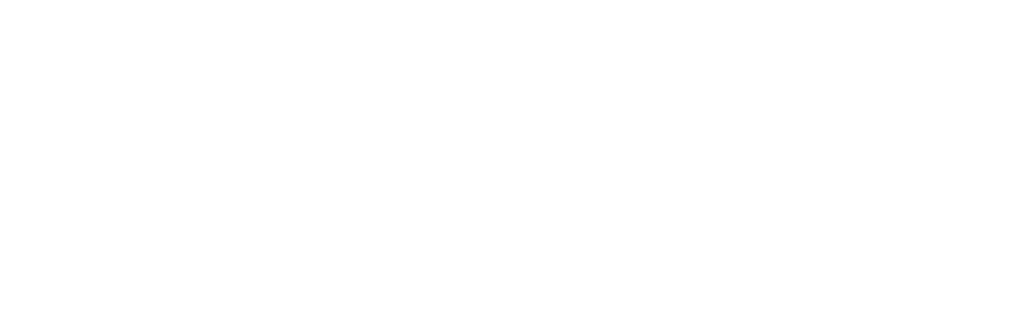
<source format=kicad_pcb>
(kicad_pcb (version 20240108) (generator pcbnew)
  (layers (0 "F.Cu" signal) (31 "B.Cu" signal) (34 "B.Paste" user) (35 "F.Paste" user) (36 "B.SilkS" user "B.Silkscreen") (37 "F.SilkS" user "F.Silkscreen") (38 "B.Mask" user) (39 "F.Mask" user) (44 "Edge.Cuts" user))
  (net 0 "")
  (footprint "MountingHole_6.4mm_M6_ISO14580" (layer "F.Cu") (at 0 0)
    (property "Reference" "REF**")
    (property "Value" "MountingHole_6.4mm_M6_ISO14580")
    (pad "" np_thru_hole circle (at 0 0) (size 6.4 6.4) (drill 6.4) (layers *.Cu *.Mask))
  )
)
</source>
